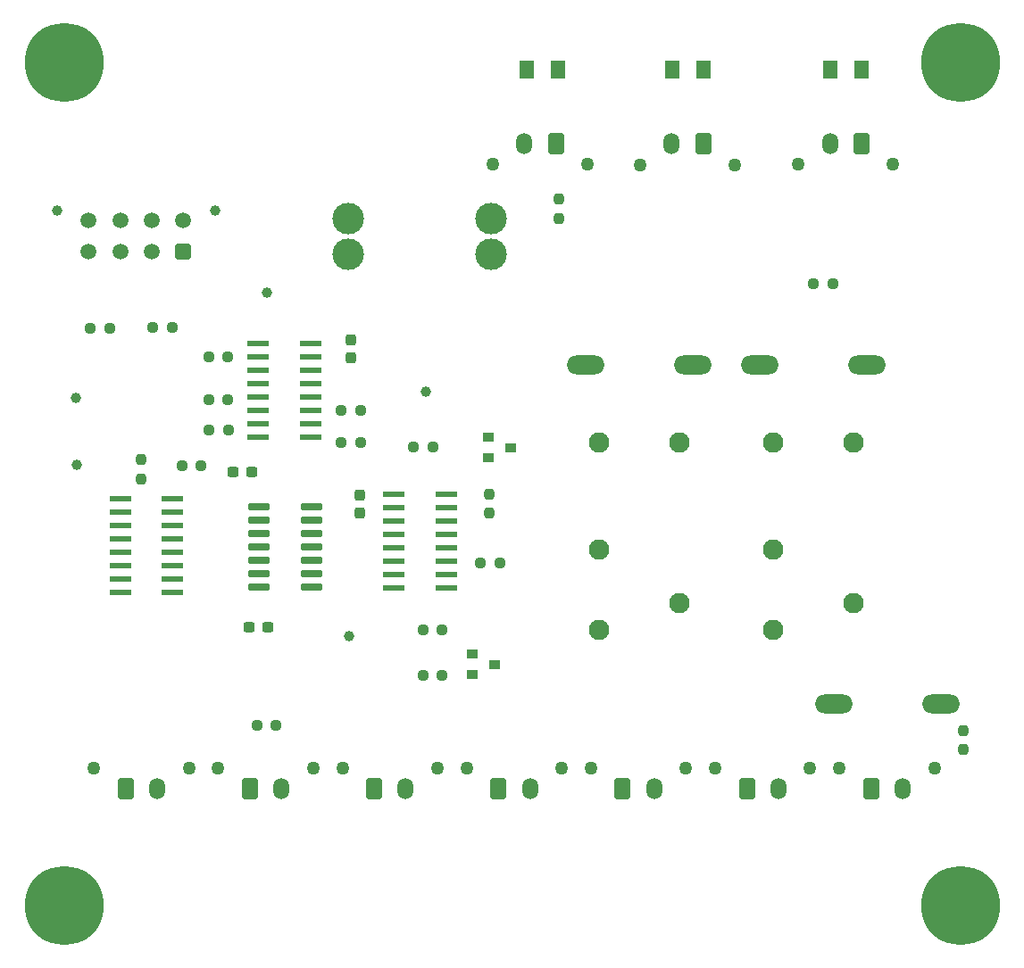
<source format=gbr>
%TF.GenerationSoftware,KiCad,Pcbnew,7.0.7*%
%TF.CreationDate,2023-11-16T19:54:27-05:00*%
%TF.ProjectId,GRC22_ShutdownChargerBoardV1,47524332-325f-4536-9875-74646f776e43,rev?*%
%TF.SameCoordinates,Original*%
%TF.FileFunction,Soldermask,Top*%
%TF.FilePolarity,Negative*%
%FSLAX46Y46*%
G04 Gerber Fmt 4.6, Leading zero omitted, Abs format (unit mm)*
G04 Created by KiCad (PCBNEW 7.0.7) date 2023-11-16 19:54:27*
%MOMM*%
%LPD*%
G01*
G04 APERTURE LIST*
G04 Aperture macros list*
%AMRoundRect*
0 Rectangle with rounded corners*
0 $1 Rounding radius*
0 $2 $3 $4 $5 $6 $7 $8 $9 X,Y pos of 4 corners*
0 Add a 4 corners polygon primitive as box body*
4,1,4,$2,$3,$4,$5,$6,$7,$8,$9,$2,$3,0*
0 Add four circle primitives for the rounded corners*
1,1,$1+$1,$2,$3*
1,1,$1+$1,$4,$5*
1,1,$1+$1,$6,$7*
1,1,$1+$1,$8,$9*
0 Add four rect primitives between the rounded corners*
20,1,$1+$1,$2,$3,$4,$5,0*
20,1,$1+$1,$4,$5,$6,$7,0*
20,1,$1+$1,$6,$7,$8,$9,0*
20,1,$1+$1,$8,$9,$2,$3,0*%
G04 Aperture macros list end*
%ADD10C,1.270000*%
%ADD11RoundRect,0.250001X-0.499999X-0.759999X0.499999X-0.759999X0.499999X0.759999X-0.499999X0.759999X0*%
%ADD12O,1.500000X2.020000*%
%ADD13RoundRect,0.250001X0.499999X0.759999X-0.499999X0.759999X-0.499999X-0.759999X0.499999X-0.759999X0*%
%ADD14C,7.500000*%
%ADD15RoundRect,0.237500X-0.237500X0.250000X-0.237500X-0.250000X0.237500X-0.250000X0.237500X0.250000X0*%
%ADD16O,3.581400X1.790700*%
%ADD17RoundRect,0.237500X0.250000X0.237500X-0.250000X0.237500X-0.250000X-0.237500X0.250000X-0.237500X0*%
%ADD18RoundRect,0.237500X0.237500X-0.250000X0.237500X0.250000X-0.237500X0.250000X-0.237500X-0.250000X0*%
%ADD19RoundRect,0.041300X-0.933700X-0.253700X0.933700X-0.253700X0.933700X0.253700X-0.933700X0.253700X0*%
%ADD20RoundRect,0.237500X0.237500X-0.300000X0.237500X0.300000X-0.237500X0.300000X-0.237500X-0.300000X0*%
%ADD21RoundRect,0.237500X0.300000X0.237500X-0.300000X0.237500X-0.300000X-0.237500X0.300000X-0.237500X0*%
%ADD22RoundRect,0.237500X-0.250000X-0.237500X0.250000X-0.237500X0.250000X0.237500X-0.250000X0.237500X0*%
%ADD23RoundRect,0.237500X-0.300000X-0.237500X0.300000X-0.237500X0.300000X0.237500X-0.300000X0.237500X0*%
%ADD24C,1.000000*%
%ADD25RoundRect,0.237500X-0.237500X0.300000X-0.237500X-0.300000X0.237500X-0.300000X0.237500X0.300000X0*%
%ADD26RoundRect,0.250001X-0.462499X-0.624999X0.462499X-0.624999X0.462499X0.624999X-0.462499X0.624999X0*%
%ADD27RoundRect,0.042000X-0.943000X-0.258000X0.943000X-0.258000X0.943000X0.258000X-0.943000X0.258000X0*%
%ADD28C,1.950000*%
%ADD29RoundRect,0.041300X0.933700X0.253700X-0.933700X0.253700X-0.933700X-0.253700X0.933700X-0.253700X0*%
%ADD30C,3.000000*%
%ADD31R,1.000000X0.850000*%
%ADD32RoundRect,0.250001X0.499999X0.499999X-0.499999X0.499999X-0.499999X-0.499999X0.499999X-0.499999X0*%
%ADD33C,1.500000*%
G04 APERTURE END LIST*
D10*
%TO.C,J6*%
X143199999Y-115000000D03*
X152199999Y-115000000D03*
D11*
X146199999Y-116960000D03*
D12*
X149199999Y-116960000D03*
%TD*%
D10*
%TO.C,J11*%
X168642000Y-57698000D03*
X159642000Y-57698000D03*
D13*
X165642000Y-55738000D03*
D12*
X162642000Y-55738000D03*
%TD*%
D14*
%TO.C,H4*%
X190000000Y-48000000D03*
%TD*%
D15*
%TO.C,R19*%
X112300000Y-85675000D03*
X112300000Y-87500000D03*
%TD*%
D10*
%TO.C,J2*%
X178550000Y-115000000D03*
X187550000Y-115000000D03*
D11*
X181550000Y-116960000D03*
D12*
X184550000Y-116960000D03*
%TD*%
D16*
%TO.C,D5*%
X154482000Y-76677000D03*
X164642000Y-76677000D03*
%TD*%
D17*
%TO.C,R10*%
X139962500Y-84475000D03*
X138137500Y-84475000D03*
%TD*%
D18*
%TO.C,R11*%
X145304000Y-90797500D03*
X145304000Y-88972500D03*
%TD*%
D19*
%TO.C,U4*%
X136276500Y-88996000D03*
X136276500Y-90266000D03*
X136276500Y-91536000D03*
X136276500Y-92806000D03*
X136276500Y-94076000D03*
X136276500Y-95346000D03*
X136276500Y-96616000D03*
X136276500Y-97886000D03*
X141236500Y-97886000D03*
X141236500Y-96616000D03*
X141236500Y-95346000D03*
X141236500Y-94076000D03*
X141236500Y-92806000D03*
X141236500Y-91536000D03*
X141236500Y-90266000D03*
X141236500Y-88996000D03*
%TD*%
D10*
%TO.C,J9*%
X154642000Y-57658000D03*
X145642000Y-57658000D03*
D13*
X151642000Y-55698000D03*
D12*
X148642000Y-55698000D03*
%TD*%
D20*
%TO.C,C2*%
X133019000Y-90774000D03*
X133019000Y-89049000D03*
%TD*%
D21*
%TO.C,C4*%
X124322500Y-101569000D03*
X122597500Y-101569000D03*
%TD*%
D14*
%TO.C,H3*%
X190000000Y-128000000D03*
%TD*%
D22*
%TO.C,R6*%
X118787500Y-82900000D03*
X120612500Y-82900000D03*
%TD*%
D23*
%TO.C,C3*%
X121073500Y-86837000D03*
X122798500Y-86837000D03*
%TD*%
D24*
%TO.C,TP3*%
X139350000Y-79275000D03*
%TD*%
D10*
%TO.C,J10*%
X183642000Y-57658000D03*
X174642000Y-57658000D03*
D13*
X180642000Y-55698000D03*
D12*
X177642000Y-55698000D03*
%TD*%
D10*
%TO.C,J7*%
X107850000Y-115000000D03*
X116850000Y-115000000D03*
D11*
X110850000Y-116960000D03*
D12*
X113850000Y-116960000D03*
%TD*%
D19*
%TO.C,U2*%
X123429500Y-74645000D03*
X123429500Y-75915000D03*
X123429500Y-77185000D03*
X123429500Y-78455000D03*
X123429500Y-79725000D03*
X123429500Y-80995000D03*
X123429500Y-82265000D03*
X123429500Y-83535000D03*
X128389500Y-83535000D03*
X128389500Y-82265000D03*
X128389500Y-80995000D03*
X128389500Y-79725000D03*
X128389500Y-78455000D03*
X128389500Y-77185000D03*
X128389500Y-75915000D03*
X128389500Y-74645000D03*
%TD*%
D22*
%TO.C,R13*%
X139057500Y-106141000D03*
X140882500Y-106141000D03*
%TD*%
%TO.C,R4*%
X131287000Y-80995000D03*
X133112000Y-80995000D03*
%TD*%
D24*
%TO.C,TP2*%
X106150000Y-79875000D03*
%TD*%
%TO.C,TP5*%
X124250000Y-69875000D03*
%TD*%
D17*
%TO.C,R23*%
X109312500Y-73200000D03*
X107487500Y-73200000D03*
%TD*%
D25*
%TO.C,C1*%
X132199500Y-74290500D03*
X132199500Y-76015500D03*
%TD*%
D26*
%TO.C,D1*%
X148867000Y-48698000D03*
X151842000Y-48698000D03*
%TD*%
D27*
%TO.C,U3*%
X123525000Y-90139000D03*
X123525000Y-91409000D03*
X123525000Y-92679000D03*
X123525000Y-93949000D03*
X123525000Y-95219000D03*
X123525000Y-96489000D03*
X123525000Y-97759000D03*
X128475000Y-97759000D03*
X128475000Y-96489000D03*
X128475000Y-95219000D03*
X128475000Y-93949000D03*
X128475000Y-92679000D03*
X128475000Y-91409000D03*
X128475000Y-90139000D03*
%TD*%
D10*
%TO.C,J3*%
X166766665Y-115000000D03*
X175766665Y-115000000D03*
D11*
X169766665Y-116960000D03*
D12*
X172766665Y-116960000D03*
%TD*%
D24*
%TO.C,TP1*%
X106250000Y-86175000D03*
%TD*%
D28*
%TO.C,K2*%
X172262000Y-84043000D03*
X179882000Y-84043000D03*
X172262000Y-94203000D03*
X179882000Y-99283000D03*
X172262000Y-101823000D03*
%TD*%
D22*
%TO.C,R5*%
X116200000Y-86300000D03*
X118025000Y-86300000D03*
%TD*%
D26*
%TO.C,D3*%
X162667000Y-48698000D03*
X165642000Y-48698000D03*
%TD*%
D17*
%TO.C,R22*%
X115262500Y-73121000D03*
X113437500Y-73121000D03*
%TD*%
D29*
%TO.C,U1*%
X115315500Y-98267000D03*
X115315500Y-96997000D03*
X115315500Y-95727000D03*
X115315500Y-94457000D03*
X115315500Y-93187000D03*
X115315500Y-91917000D03*
X115315500Y-90647000D03*
X115315500Y-89377000D03*
X110355500Y-89377000D03*
X110355500Y-90647000D03*
X110355500Y-91917000D03*
X110355500Y-93187000D03*
X110355500Y-94457000D03*
X110355500Y-95727000D03*
X110355500Y-96997000D03*
X110355500Y-98267000D03*
%TD*%
D28*
%TO.C,K1*%
X155752000Y-84043000D03*
X163372000Y-84043000D03*
X155752000Y-94203000D03*
X163372000Y-99283000D03*
X155752000Y-101823000D03*
%TD*%
D17*
%TO.C,R17*%
X120562500Y-75915000D03*
X118737500Y-75915000D03*
%TD*%
D24*
%TO.C,TP4*%
X132050000Y-102475000D03*
%TD*%
D16*
%TO.C,D4*%
X178020000Y-108900000D03*
X188180000Y-108900000D03*
%TD*%
D26*
%TO.C,D2*%
X177667000Y-48698000D03*
X180642000Y-48698000D03*
%TD*%
D15*
%TO.C,R3*%
X190300000Y-111387500D03*
X190300000Y-113212500D03*
%TD*%
D10*
%TO.C,J4*%
X154983332Y-115000000D03*
X163983332Y-115000000D03*
D11*
X157983332Y-116960000D03*
D12*
X160983332Y-116960000D03*
%TD*%
D10*
%TO.C,J5*%
X131416666Y-115000000D03*
X140416666Y-115000000D03*
D11*
X134416666Y-116960000D03*
D12*
X137416666Y-116960000D03*
%TD*%
D22*
%TO.C,R15*%
X118737500Y-79979000D03*
X120562500Y-79979000D03*
%TD*%
D17*
%TO.C,R14*%
X125112500Y-110900000D03*
X123287500Y-110900000D03*
%TD*%
D30*
%TO.C,F2*%
X131999000Y-62785000D03*
X131999000Y-66185000D03*
X145469000Y-62785000D03*
X145469000Y-66185000D03*
%TD*%
D22*
%TO.C,R18*%
X131287000Y-84043000D03*
X133112000Y-84043000D03*
%TD*%
%TO.C,R2*%
X176075000Y-69000000D03*
X177900000Y-69000000D03*
%TD*%
D31*
%TO.C,Q1*%
X145270000Y-83571000D03*
X145270000Y-85531000D03*
X147370000Y-84551000D03*
%TD*%
D10*
%TO.C,J8*%
X119633333Y-115000000D03*
X128633333Y-115000000D03*
D11*
X122633333Y-116960000D03*
D12*
X125633333Y-116960000D03*
%TD*%
D22*
%TO.C,R16*%
X144495000Y-95473000D03*
X146320000Y-95473000D03*
%TD*%
D16*
%TO.C,D6*%
X170992000Y-76677000D03*
X181152000Y-76677000D03*
%TD*%
D14*
%TO.C,H2*%
X105000000Y-128000000D03*
%TD*%
D18*
%TO.C,R1*%
X151900000Y-62812500D03*
X151900000Y-60987500D03*
%TD*%
D24*
%TO.C,J1*%
X119335000Y-62021000D03*
X104335000Y-62021000D03*
D32*
X116335000Y-65961000D03*
D33*
X113335000Y-65961000D03*
X110335000Y-65961000D03*
X107335000Y-65961000D03*
X116335000Y-62961000D03*
X113335000Y-62961000D03*
X110335000Y-62961000D03*
X107335000Y-62961000D03*
%TD*%
D31*
%TO.C,Q2*%
X143746000Y-104145000D03*
X143746000Y-106105000D03*
X145846000Y-105125000D03*
%TD*%
D14*
%TO.C,H1*%
X105000000Y-48000000D03*
%TD*%
D17*
%TO.C,R12*%
X140882500Y-101823000D03*
X139057500Y-101823000D03*
%TD*%
M02*

</source>
